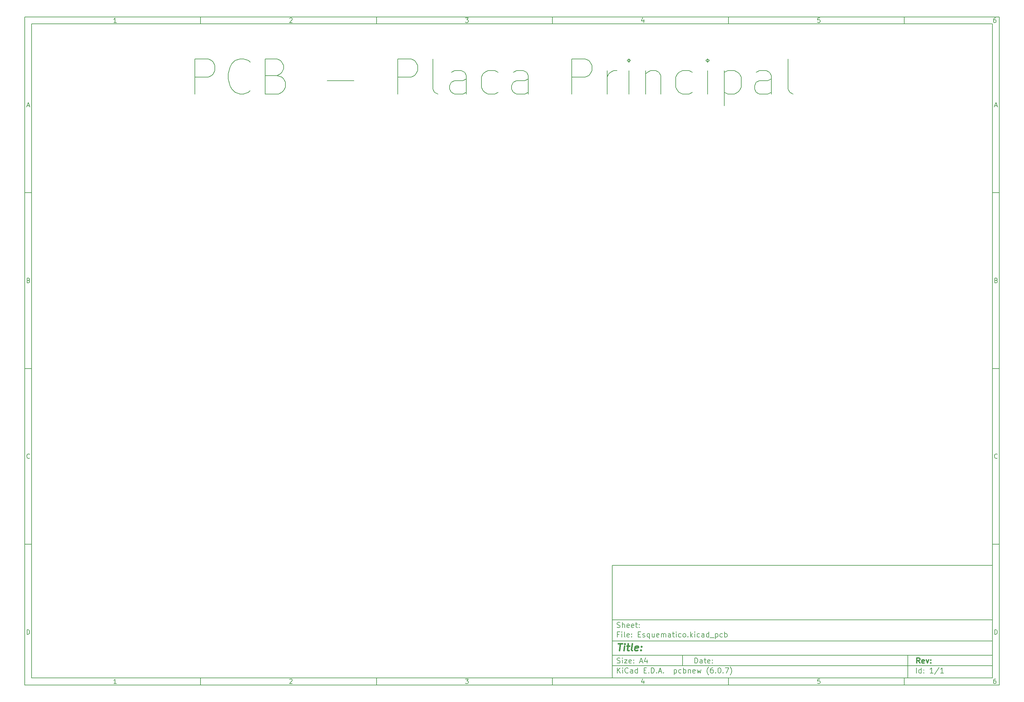
<source format=gbr>
G04 #@! TF.GenerationSoftware,KiCad,Pcbnew,(6.0.7)*
G04 #@! TF.CreationDate,2022-08-18T23:52:56-03:00*
G04 #@! TF.ProjectId,Esquematico,45737175-656d-4617-9469-636f2e6b6963,rev?*
G04 #@! TF.SameCoordinates,Original*
G04 #@! TF.FileFunction,Profile,NP*
%FSLAX46Y46*%
G04 Gerber Fmt 4.6, Leading zero omitted, Abs format (unit mm)*
G04 Created by KiCad (PCBNEW (6.0.7)) date 2022-08-18 23:52:56*
%MOMM*%
%LPD*%
G01*
G04 APERTURE LIST*
%ADD10C,0.100000*%
%ADD11C,0.150000*%
%ADD12C,0.300000*%
%ADD13C,0.400000*%
G04 APERTURE END LIST*
D10*
D11*
X177002200Y-166007200D02*
X177002200Y-198007200D01*
X285002200Y-198007200D01*
X285002200Y-166007200D01*
X177002200Y-166007200D01*
D10*
D11*
X10000000Y-10000000D02*
X10000000Y-200007200D01*
X287002200Y-200007200D01*
X287002200Y-10000000D01*
X10000000Y-10000000D01*
D10*
D11*
X12000000Y-12000000D02*
X12000000Y-198007200D01*
X285002200Y-198007200D01*
X285002200Y-12000000D01*
X12000000Y-12000000D01*
D10*
D11*
X60000000Y-12000000D02*
X60000000Y-10000000D01*
D10*
D11*
X110000000Y-12000000D02*
X110000000Y-10000000D01*
D10*
D11*
X160000000Y-12000000D02*
X160000000Y-10000000D01*
D10*
D11*
X210000000Y-12000000D02*
X210000000Y-10000000D01*
D10*
D11*
X260000000Y-12000000D02*
X260000000Y-10000000D01*
D10*
D11*
X36065476Y-11588095D02*
X35322619Y-11588095D01*
X35694047Y-11588095D02*
X35694047Y-10288095D01*
X35570238Y-10473809D01*
X35446428Y-10597619D01*
X35322619Y-10659523D01*
D10*
D11*
X85322619Y-10411904D02*
X85384523Y-10350000D01*
X85508333Y-10288095D01*
X85817857Y-10288095D01*
X85941666Y-10350000D01*
X86003571Y-10411904D01*
X86065476Y-10535714D01*
X86065476Y-10659523D01*
X86003571Y-10845238D01*
X85260714Y-11588095D01*
X86065476Y-11588095D01*
D10*
D11*
X135260714Y-10288095D02*
X136065476Y-10288095D01*
X135632142Y-10783333D01*
X135817857Y-10783333D01*
X135941666Y-10845238D01*
X136003571Y-10907142D01*
X136065476Y-11030952D01*
X136065476Y-11340476D01*
X136003571Y-11464285D01*
X135941666Y-11526190D01*
X135817857Y-11588095D01*
X135446428Y-11588095D01*
X135322619Y-11526190D01*
X135260714Y-11464285D01*
D10*
D11*
X185941666Y-10721428D02*
X185941666Y-11588095D01*
X185632142Y-10226190D02*
X185322619Y-11154761D01*
X186127380Y-11154761D01*
D10*
D11*
X236003571Y-10288095D02*
X235384523Y-10288095D01*
X235322619Y-10907142D01*
X235384523Y-10845238D01*
X235508333Y-10783333D01*
X235817857Y-10783333D01*
X235941666Y-10845238D01*
X236003571Y-10907142D01*
X236065476Y-11030952D01*
X236065476Y-11340476D01*
X236003571Y-11464285D01*
X235941666Y-11526190D01*
X235817857Y-11588095D01*
X235508333Y-11588095D01*
X235384523Y-11526190D01*
X235322619Y-11464285D01*
D10*
D11*
X285941666Y-10288095D02*
X285694047Y-10288095D01*
X285570238Y-10350000D01*
X285508333Y-10411904D01*
X285384523Y-10597619D01*
X285322619Y-10845238D01*
X285322619Y-11340476D01*
X285384523Y-11464285D01*
X285446428Y-11526190D01*
X285570238Y-11588095D01*
X285817857Y-11588095D01*
X285941666Y-11526190D01*
X286003571Y-11464285D01*
X286065476Y-11340476D01*
X286065476Y-11030952D01*
X286003571Y-10907142D01*
X285941666Y-10845238D01*
X285817857Y-10783333D01*
X285570238Y-10783333D01*
X285446428Y-10845238D01*
X285384523Y-10907142D01*
X285322619Y-11030952D01*
D10*
D11*
X60000000Y-198007200D02*
X60000000Y-200007200D01*
D10*
D11*
X110000000Y-198007200D02*
X110000000Y-200007200D01*
D10*
D11*
X160000000Y-198007200D02*
X160000000Y-200007200D01*
D10*
D11*
X210000000Y-198007200D02*
X210000000Y-200007200D01*
D10*
D11*
X260000000Y-198007200D02*
X260000000Y-200007200D01*
D10*
D11*
X36065476Y-199595295D02*
X35322619Y-199595295D01*
X35694047Y-199595295D02*
X35694047Y-198295295D01*
X35570238Y-198481009D01*
X35446428Y-198604819D01*
X35322619Y-198666723D01*
D10*
D11*
X85322619Y-198419104D02*
X85384523Y-198357200D01*
X85508333Y-198295295D01*
X85817857Y-198295295D01*
X85941666Y-198357200D01*
X86003571Y-198419104D01*
X86065476Y-198542914D01*
X86065476Y-198666723D01*
X86003571Y-198852438D01*
X85260714Y-199595295D01*
X86065476Y-199595295D01*
D10*
D11*
X135260714Y-198295295D02*
X136065476Y-198295295D01*
X135632142Y-198790533D01*
X135817857Y-198790533D01*
X135941666Y-198852438D01*
X136003571Y-198914342D01*
X136065476Y-199038152D01*
X136065476Y-199347676D01*
X136003571Y-199471485D01*
X135941666Y-199533390D01*
X135817857Y-199595295D01*
X135446428Y-199595295D01*
X135322619Y-199533390D01*
X135260714Y-199471485D01*
D10*
D11*
X185941666Y-198728628D02*
X185941666Y-199595295D01*
X185632142Y-198233390D02*
X185322619Y-199161961D01*
X186127380Y-199161961D01*
D10*
D11*
X236003571Y-198295295D02*
X235384523Y-198295295D01*
X235322619Y-198914342D01*
X235384523Y-198852438D01*
X235508333Y-198790533D01*
X235817857Y-198790533D01*
X235941666Y-198852438D01*
X236003571Y-198914342D01*
X236065476Y-199038152D01*
X236065476Y-199347676D01*
X236003571Y-199471485D01*
X235941666Y-199533390D01*
X235817857Y-199595295D01*
X235508333Y-199595295D01*
X235384523Y-199533390D01*
X235322619Y-199471485D01*
D10*
D11*
X285941666Y-198295295D02*
X285694047Y-198295295D01*
X285570238Y-198357200D01*
X285508333Y-198419104D01*
X285384523Y-198604819D01*
X285322619Y-198852438D01*
X285322619Y-199347676D01*
X285384523Y-199471485D01*
X285446428Y-199533390D01*
X285570238Y-199595295D01*
X285817857Y-199595295D01*
X285941666Y-199533390D01*
X286003571Y-199471485D01*
X286065476Y-199347676D01*
X286065476Y-199038152D01*
X286003571Y-198914342D01*
X285941666Y-198852438D01*
X285817857Y-198790533D01*
X285570238Y-198790533D01*
X285446428Y-198852438D01*
X285384523Y-198914342D01*
X285322619Y-199038152D01*
D10*
D11*
X10000000Y-60000000D02*
X12000000Y-60000000D01*
D10*
D11*
X10000000Y-110000000D02*
X12000000Y-110000000D01*
D10*
D11*
X10000000Y-160000000D02*
X12000000Y-160000000D01*
D10*
D11*
X10690476Y-35216666D02*
X11309523Y-35216666D01*
X10566666Y-35588095D02*
X11000000Y-34288095D01*
X11433333Y-35588095D01*
D10*
D11*
X11092857Y-84907142D02*
X11278571Y-84969047D01*
X11340476Y-85030952D01*
X11402380Y-85154761D01*
X11402380Y-85340476D01*
X11340476Y-85464285D01*
X11278571Y-85526190D01*
X11154761Y-85588095D01*
X10659523Y-85588095D01*
X10659523Y-84288095D01*
X11092857Y-84288095D01*
X11216666Y-84350000D01*
X11278571Y-84411904D01*
X11340476Y-84535714D01*
X11340476Y-84659523D01*
X11278571Y-84783333D01*
X11216666Y-84845238D01*
X11092857Y-84907142D01*
X10659523Y-84907142D01*
D10*
D11*
X11402380Y-135464285D02*
X11340476Y-135526190D01*
X11154761Y-135588095D01*
X11030952Y-135588095D01*
X10845238Y-135526190D01*
X10721428Y-135402380D01*
X10659523Y-135278571D01*
X10597619Y-135030952D01*
X10597619Y-134845238D01*
X10659523Y-134597619D01*
X10721428Y-134473809D01*
X10845238Y-134350000D01*
X11030952Y-134288095D01*
X11154761Y-134288095D01*
X11340476Y-134350000D01*
X11402380Y-134411904D01*
D10*
D11*
X10659523Y-185588095D02*
X10659523Y-184288095D01*
X10969047Y-184288095D01*
X11154761Y-184350000D01*
X11278571Y-184473809D01*
X11340476Y-184597619D01*
X11402380Y-184845238D01*
X11402380Y-185030952D01*
X11340476Y-185278571D01*
X11278571Y-185402380D01*
X11154761Y-185526190D01*
X10969047Y-185588095D01*
X10659523Y-185588095D01*
D10*
D11*
X287002200Y-60000000D02*
X285002200Y-60000000D01*
D10*
D11*
X287002200Y-110000000D02*
X285002200Y-110000000D01*
D10*
D11*
X287002200Y-160000000D02*
X285002200Y-160000000D01*
D10*
D11*
X285692676Y-35216666D02*
X286311723Y-35216666D01*
X285568866Y-35588095D02*
X286002200Y-34288095D01*
X286435533Y-35588095D01*
D10*
D11*
X286095057Y-84907142D02*
X286280771Y-84969047D01*
X286342676Y-85030952D01*
X286404580Y-85154761D01*
X286404580Y-85340476D01*
X286342676Y-85464285D01*
X286280771Y-85526190D01*
X286156961Y-85588095D01*
X285661723Y-85588095D01*
X285661723Y-84288095D01*
X286095057Y-84288095D01*
X286218866Y-84350000D01*
X286280771Y-84411904D01*
X286342676Y-84535714D01*
X286342676Y-84659523D01*
X286280771Y-84783333D01*
X286218866Y-84845238D01*
X286095057Y-84907142D01*
X285661723Y-84907142D01*
D10*
D11*
X286404580Y-135464285D02*
X286342676Y-135526190D01*
X286156961Y-135588095D01*
X286033152Y-135588095D01*
X285847438Y-135526190D01*
X285723628Y-135402380D01*
X285661723Y-135278571D01*
X285599819Y-135030952D01*
X285599819Y-134845238D01*
X285661723Y-134597619D01*
X285723628Y-134473809D01*
X285847438Y-134350000D01*
X286033152Y-134288095D01*
X286156961Y-134288095D01*
X286342676Y-134350000D01*
X286404580Y-134411904D01*
D10*
D11*
X285661723Y-185588095D02*
X285661723Y-184288095D01*
X285971247Y-184288095D01*
X286156961Y-184350000D01*
X286280771Y-184473809D01*
X286342676Y-184597619D01*
X286404580Y-184845238D01*
X286404580Y-185030952D01*
X286342676Y-185278571D01*
X286280771Y-185402380D01*
X286156961Y-185526190D01*
X285971247Y-185588095D01*
X285661723Y-185588095D01*
D10*
D11*
X200434342Y-193785771D02*
X200434342Y-192285771D01*
X200791485Y-192285771D01*
X201005771Y-192357200D01*
X201148628Y-192500057D01*
X201220057Y-192642914D01*
X201291485Y-192928628D01*
X201291485Y-193142914D01*
X201220057Y-193428628D01*
X201148628Y-193571485D01*
X201005771Y-193714342D01*
X200791485Y-193785771D01*
X200434342Y-193785771D01*
X202577200Y-193785771D02*
X202577200Y-193000057D01*
X202505771Y-192857200D01*
X202362914Y-192785771D01*
X202077200Y-192785771D01*
X201934342Y-192857200D01*
X202577200Y-193714342D02*
X202434342Y-193785771D01*
X202077200Y-193785771D01*
X201934342Y-193714342D01*
X201862914Y-193571485D01*
X201862914Y-193428628D01*
X201934342Y-193285771D01*
X202077200Y-193214342D01*
X202434342Y-193214342D01*
X202577200Y-193142914D01*
X203077200Y-192785771D02*
X203648628Y-192785771D01*
X203291485Y-192285771D02*
X203291485Y-193571485D01*
X203362914Y-193714342D01*
X203505771Y-193785771D01*
X203648628Y-193785771D01*
X204720057Y-193714342D02*
X204577200Y-193785771D01*
X204291485Y-193785771D01*
X204148628Y-193714342D01*
X204077200Y-193571485D01*
X204077200Y-193000057D01*
X204148628Y-192857200D01*
X204291485Y-192785771D01*
X204577200Y-192785771D01*
X204720057Y-192857200D01*
X204791485Y-193000057D01*
X204791485Y-193142914D01*
X204077200Y-193285771D01*
X205434342Y-193642914D02*
X205505771Y-193714342D01*
X205434342Y-193785771D01*
X205362914Y-193714342D01*
X205434342Y-193642914D01*
X205434342Y-193785771D01*
X205434342Y-192857200D02*
X205505771Y-192928628D01*
X205434342Y-193000057D01*
X205362914Y-192928628D01*
X205434342Y-192857200D01*
X205434342Y-193000057D01*
D10*
D11*
X177002200Y-194507200D02*
X285002200Y-194507200D01*
D10*
D11*
X178434342Y-196585771D02*
X178434342Y-195085771D01*
X179291485Y-196585771D02*
X178648628Y-195728628D01*
X179291485Y-195085771D02*
X178434342Y-195942914D01*
X179934342Y-196585771D02*
X179934342Y-195585771D01*
X179934342Y-195085771D02*
X179862914Y-195157200D01*
X179934342Y-195228628D01*
X180005771Y-195157200D01*
X179934342Y-195085771D01*
X179934342Y-195228628D01*
X181505771Y-196442914D02*
X181434342Y-196514342D01*
X181220057Y-196585771D01*
X181077200Y-196585771D01*
X180862914Y-196514342D01*
X180720057Y-196371485D01*
X180648628Y-196228628D01*
X180577200Y-195942914D01*
X180577200Y-195728628D01*
X180648628Y-195442914D01*
X180720057Y-195300057D01*
X180862914Y-195157200D01*
X181077200Y-195085771D01*
X181220057Y-195085771D01*
X181434342Y-195157200D01*
X181505771Y-195228628D01*
X182791485Y-196585771D02*
X182791485Y-195800057D01*
X182720057Y-195657200D01*
X182577200Y-195585771D01*
X182291485Y-195585771D01*
X182148628Y-195657200D01*
X182791485Y-196514342D02*
X182648628Y-196585771D01*
X182291485Y-196585771D01*
X182148628Y-196514342D01*
X182077200Y-196371485D01*
X182077200Y-196228628D01*
X182148628Y-196085771D01*
X182291485Y-196014342D01*
X182648628Y-196014342D01*
X182791485Y-195942914D01*
X184148628Y-196585771D02*
X184148628Y-195085771D01*
X184148628Y-196514342D02*
X184005771Y-196585771D01*
X183720057Y-196585771D01*
X183577200Y-196514342D01*
X183505771Y-196442914D01*
X183434342Y-196300057D01*
X183434342Y-195871485D01*
X183505771Y-195728628D01*
X183577200Y-195657200D01*
X183720057Y-195585771D01*
X184005771Y-195585771D01*
X184148628Y-195657200D01*
X186005771Y-195800057D02*
X186505771Y-195800057D01*
X186720057Y-196585771D02*
X186005771Y-196585771D01*
X186005771Y-195085771D01*
X186720057Y-195085771D01*
X187362914Y-196442914D02*
X187434342Y-196514342D01*
X187362914Y-196585771D01*
X187291485Y-196514342D01*
X187362914Y-196442914D01*
X187362914Y-196585771D01*
X188077200Y-196585771D02*
X188077200Y-195085771D01*
X188434342Y-195085771D01*
X188648628Y-195157200D01*
X188791485Y-195300057D01*
X188862914Y-195442914D01*
X188934342Y-195728628D01*
X188934342Y-195942914D01*
X188862914Y-196228628D01*
X188791485Y-196371485D01*
X188648628Y-196514342D01*
X188434342Y-196585771D01*
X188077200Y-196585771D01*
X189577200Y-196442914D02*
X189648628Y-196514342D01*
X189577200Y-196585771D01*
X189505771Y-196514342D01*
X189577200Y-196442914D01*
X189577200Y-196585771D01*
X190220057Y-196157200D02*
X190934342Y-196157200D01*
X190077200Y-196585771D02*
X190577200Y-195085771D01*
X191077200Y-196585771D01*
X191577200Y-196442914D02*
X191648628Y-196514342D01*
X191577200Y-196585771D01*
X191505771Y-196514342D01*
X191577200Y-196442914D01*
X191577200Y-196585771D01*
X194577200Y-195585771D02*
X194577200Y-197085771D01*
X194577200Y-195657200D02*
X194720057Y-195585771D01*
X195005771Y-195585771D01*
X195148628Y-195657200D01*
X195220057Y-195728628D01*
X195291485Y-195871485D01*
X195291485Y-196300057D01*
X195220057Y-196442914D01*
X195148628Y-196514342D01*
X195005771Y-196585771D01*
X194720057Y-196585771D01*
X194577200Y-196514342D01*
X196577200Y-196514342D02*
X196434342Y-196585771D01*
X196148628Y-196585771D01*
X196005771Y-196514342D01*
X195934342Y-196442914D01*
X195862914Y-196300057D01*
X195862914Y-195871485D01*
X195934342Y-195728628D01*
X196005771Y-195657200D01*
X196148628Y-195585771D01*
X196434342Y-195585771D01*
X196577200Y-195657200D01*
X197220057Y-196585771D02*
X197220057Y-195085771D01*
X197220057Y-195657200D02*
X197362914Y-195585771D01*
X197648628Y-195585771D01*
X197791485Y-195657200D01*
X197862914Y-195728628D01*
X197934342Y-195871485D01*
X197934342Y-196300057D01*
X197862914Y-196442914D01*
X197791485Y-196514342D01*
X197648628Y-196585771D01*
X197362914Y-196585771D01*
X197220057Y-196514342D01*
X198577200Y-195585771D02*
X198577200Y-196585771D01*
X198577200Y-195728628D02*
X198648628Y-195657200D01*
X198791485Y-195585771D01*
X199005771Y-195585771D01*
X199148628Y-195657200D01*
X199220057Y-195800057D01*
X199220057Y-196585771D01*
X200505771Y-196514342D02*
X200362914Y-196585771D01*
X200077200Y-196585771D01*
X199934342Y-196514342D01*
X199862914Y-196371485D01*
X199862914Y-195800057D01*
X199934342Y-195657200D01*
X200077200Y-195585771D01*
X200362914Y-195585771D01*
X200505771Y-195657200D01*
X200577200Y-195800057D01*
X200577200Y-195942914D01*
X199862914Y-196085771D01*
X201077200Y-195585771D02*
X201362914Y-196585771D01*
X201648628Y-195871485D01*
X201934342Y-196585771D01*
X202220057Y-195585771D01*
X204362914Y-197157200D02*
X204291485Y-197085771D01*
X204148628Y-196871485D01*
X204077200Y-196728628D01*
X204005771Y-196514342D01*
X203934342Y-196157200D01*
X203934342Y-195871485D01*
X204005771Y-195514342D01*
X204077200Y-195300057D01*
X204148628Y-195157200D01*
X204291485Y-194942914D01*
X204362914Y-194871485D01*
X205577200Y-195085771D02*
X205291485Y-195085771D01*
X205148628Y-195157200D01*
X205077200Y-195228628D01*
X204934342Y-195442914D01*
X204862914Y-195728628D01*
X204862914Y-196300057D01*
X204934342Y-196442914D01*
X205005771Y-196514342D01*
X205148628Y-196585771D01*
X205434342Y-196585771D01*
X205577200Y-196514342D01*
X205648628Y-196442914D01*
X205720057Y-196300057D01*
X205720057Y-195942914D01*
X205648628Y-195800057D01*
X205577200Y-195728628D01*
X205434342Y-195657200D01*
X205148628Y-195657200D01*
X205005771Y-195728628D01*
X204934342Y-195800057D01*
X204862914Y-195942914D01*
X206362914Y-196442914D02*
X206434342Y-196514342D01*
X206362914Y-196585771D01*
X206291485Y-196514342D01*
X206362914Y-196442914D01*
X206362914Y-196585771D01*
X207362914Y-195085771D02*
X207505771Y-195085771D01*
X207648628Y-195157200D01*
X207720057Y-195228628D01*
X207791485Y-195371485D01*
X207862914Y-195657200D01*
X207862914Y-196014342D01*
X207791485Y-196300057D01*
X207720057Y-196442914D01*
X207648628Y-196514342D01*
X207505771Y-196585771D01*
X207362914Y-196585771D01*
X207220057Y-196514342D01*
X207148628Y-196442914D01*
X207077200Y-196300057D01*
X207005771Y-196014342D01*
X207005771Y-195657200D01*
X207077200Y-195371485D01*
X207148628Y-195228628D01*
X207220057Y-195157200D01*
X207362914Y-195085771D01*
X208505771Y-196442914D02*
X208577200Y-196514342D01*
X208505771Y-196585771D01*
X208434342Y-196514342D01*
X208505771Y-196442914D01*
X208505771Y-196585771D01*
X209077200Y-195085771D02*
X210077200Y-195085771D01*
X209434342Y-196585771D01*
X210505771Y-197157200D02*
X210577200Y-197085771D01*
X210720057Y-196871485D01*
X210791485Y-196728628D01*
X210862914Y-196514342D01*
X210934342Y-196157200D01*
X210934342Y-195871485D01*
X210862914Y-195514342D01*
X210791485Y-195300057D01*
X210720057Y-195157200D01*
X210577200Y-194942914D01*
X210505771Y-194871485D01*
D10*
D11*
X177002200Y-191507200D02*
X285002200Y-191507200D01*
D10*
D12*
X264411485Y-193785771D02*
X263911485Y-193071485D01*
X263554342Y-193785771D02*
X263554342Y-192285771D01*
X264125771Y-192285771D01*
X264268628Y-192357200D01*
X264340057Y-192428628D01*
X264411485Y-192571485D01*
X264411485Y-192785771D01*
X264340057Y-192928628D01*
X264268628Y-193000057D01*
X264125771Y-193071485D01*
X263554342Y-193071485D01*
X265625771Y-193714342D02*
X265482914Y-193785771D01*
X265197200Y-193785771D01*
X265054342Y-193714342D01*
X264982914Y-193571485D01*
X264982914Y-193000057D01*
X265054342Y-192857200D01*
X265197200Y-192785771D01*
X265482914Y-192785771D01*
X265625771Y-192857200D01*
X265697200Y-193000057D01*
X265697200Y-193142914D01*
X264982914Y-193285771D01*
X266197200Y-192785771D02*
X266554342Y-193785771D01*
X266911485Y-192785771D01*
X267482914Y-193642914D02*
X267554342Y-193714342D01*
X267482914Y-193785771D01*
X267411485Y-193714342D01*
X267482914Y-193642914D01*
X267482914Y-193785771D01*
X267482914Y-192857200D02*
X267554342Y-192928628D01*
X267482914Y-193000057D01*
X267411485Y-192928628D01*
X267482914Y-192857200D01*
X267482914Y-193000057D01*
D10*
D11*
X178362914Y-193714342D02*
X178577200Y-193785771D01*
X178934342Y-193785771D01*
X179077200Y-193714342D01*
X179148628Y-193642914D01*
X179220057Y-193500057D01*
X179220057Y-193357200D01*
X179148628Y-193214342D01*
X179077200Y-193142914D01*
X178934342Y-193071485D01*
X178648628Y-193000057D01*
X178505771Y-192928628D01*
X178434342Y-192857200D01*
X178362914Y-192714342D01*
X178362914Y-192571485D01*
X178434342Y-192428628D01*
X178505771Y-192357200D01*
X178648628Y-192285771D01*
X179005771Y-192285771D01*
X179220057Y-192357200D01*
X179862914Y-193785771D02*
X179862914Y-192785771D01*
X179862914Y-192285771D02*
X179791485Y-192357200D01*
X179862914Y-192428628D01*
X179934342Y-192357200D01*
X179862914Y-192285771D01*
X179862914Y-192428628D01*
X180434342Y-192785771D02*
X181220057Y-192785771D01*
X180434342Y-193785771D01*
X181220057Y-193785771D01*
X182362914Y-193714342D02*
X182220057Y-193785771D01*
X181934342Y-193785771D01*
X181791485Y-193714342D01*
X181720057Y-193571485D01*
X181720057Y-193000057D01*
X181791485Y-192857200D01*
X181934342Y-192785771D01*
X182220057Y-192785771D01*
X182362914Y-192857200D01*
X182434342Y-193000057D01*
X182434342Y-193142914D01*
X181720057Y-193285771D01*
X183077200Y-193642914D02*
X183148628Y-193714342D01*
X183077200Y-193785771D01*
X183005771Y-193714342D01*
X183077200Y-193642914D01*
X183077200Y-193785771D01*
X183077200Y-192857200D02*
X183148628Y-192928628D01*
X183077200Y-193000057D01*
X183005771Y-192928628D01*
X183077200Y-192857200D01*
X183077200Y-193000057D01*
X184862914Y-193357200D02*
X185577200Y-193357200D01*
X184720057Y-193785771D02*
X185220057Y-192285771D01*
X185720057Y-193785771D01*
X186862914Y-192785771D02*
X186862914Y-193785771D01*
X186505771Y-192214342D02*
X186148628Y-193285771D01*
X187077200Y-193285771D01*
D10*
D11*
X263434342Y-196585771D02*
X263434342Y-195085771D01*
X264791485Y-196585771D02*
X264791485Y-195085771D01*
X264791485Y-196514342D02*
X264648628Y-196585771D01*
X264362914Y-196585771D01*
X264220057Y-196514342D01*
X264148628Y-196442914D01*
X264077200Y-196300057D01*
X264077200Y-195871485D01*
X264148628Y-195728628D01*
X264220057Y-195657200D01*
X264362914Y-195585771D01*
X264648628Y-195585771D01*
X264791485Y-195657200D01*
X265505771Y-196442914D02*
X265577200Y-196514342D01*
X265505771Y-196585771D01*
X265434342Y-196514342D01*
X265505771Y-196442914D01*
X265505771Y-196585771D01*
X265505771Y-195657200D02*
X265577200Y-195728628D01*
X265505771Y-195800057D01*
X265434342Y-195728628D01*
X265505771Y-195657200D01*
X265505771Y-195800057D01*
X268148628Y-196585771D02*
X267291485Y-196585771D01*
X267720057Y-196585771D02*
X267720057Y-195085771D01*
X267577200Y-195300057D01*
X267434342Y-195442914D01*
X267291485Y-195514342D01*
X269862914Y-195014342D02*
X268577200Y-196942914D01*
X271148628Y-196585771D02*
X270291485Y-196585771D01*
X270720057Y-196585771D02*
X270720057Y-195085771D01*
X270577200Y-195300057D01*
X270434342Y-195442914D01*
X270291485Y-195514342D01*
D10*
D11*
X177002200Y-187507200D02*
X285002200Y-187507200D01*
D10*
D13*
X178714580Y-188211961D02*
X179857438Y-188211961D01*
X179036009Y-190211961D02*
X179286009Y-188211961D01*
X180274104Y-190211961D02*
X180440771Y-188878628D01*
X180524104Y-188211961D02*
X180416961Y-188307200D01*
X180500295Y-188402438D01*
X180607438Y-188307200D01*
X180524104Y-188211961D01*
X180500295Y-188402438D01*
X181107438Y-188878628D02*
X181869342Y-188878628D01*
X181476485Y-188211961D02*
X181262200Y-189926247D01*
X181333628Y-190116723D01*
X181512200Y-190211961D01*
X181702676Y-190211961D01*
X182655057Y-190211961D02*
X182476485Y-190116723D01*
X182405057Y-189926247D01*
X182619342Y-188211961D01*
X184190771Y-190116723D02*
X183988390Y-190211961D01*
X183607438Y-190211961D01*
X183428866Y-190116723D01*
X183357438Y-189926247D01*
X183452676Y-189164342D01*
X183571723Y-188973866D01*
X183774104Y-188878628D01*
X184155057Y-188878628D01*
X184333628Y-188973866D01*
X184405057Y-189164342D01*
X184381247Y-189354819D01*
X183405057Y-189545295D01*
X185155057Y-190021485D02*
X185238390Y-190116723D01*
X185131247Y-190211961D01*
X185047914Y-190116723D01*
X185155057Y-190021485D01*
X185131247Y-190211961D01*
X185286009Y-188973866D02*
X185369342Y-189069104D01*
X185262200Y-189164342D01*
X185178866Y-189069104D01*
X185286009Y-188973866D01*
X185262200Y-189164342D01*
D10*
D11*
X178934342Y-185600057D02*
X178434342Y-185600057D01*
X178434342Y-186385771D02*
X178434342Y-184885771D01*
X179148628Y-184885771D01*
X179720057Y-186385771D02*
X179720057Y-185385771D01*
X179720057Y-184885771D02*
X179648628Y-184957200D01*
X179720057Y-185028628D01*
X179791485Y-184957200D01*
X179720057Y-184885771D01*
X179720057Y-185028628D01*
X180648628Y-186385771D02*
X180505771Y-186314342D01*
X180434342Y-186171485D01*
X180434342Y-184885771D01*
X181791485Y-186314342D02*
X181648628Y-186385771D01*
X181362914Y-186385771D01*
X181220057Y-186314342D01*
X181148628Y-186171485D01*
X181148628Y-185600057D01*
X181220057Y-185457200D01*
X181362914Y-185385771D01*
X181648628Y-185385771D01*
X181791485Y-185457200D01*
X181862914Y-185600057D01*
X181862914Y-185742914D01*
X181148628Y-185885771D01*
X182505771Y-186242914D02*
X182577200Y-186314342D01*
X182505771Y-186385771D01*
X182434342Y-186314342D01*
X182505771Y-186242914D01*
X182505771Y-186385771D01*
X182505771Y-185457200D02*
X182577200Y-185528628D01*
X182505771Y-185600057D01*
X182434342Y-185528628D01*
X182505771Y-185457200D01*
X182505771Y-185600057D01*
X184362914Y-185600057D02*
X184862914Y-185600057D01*
X185077200Y-186385771D02*
X184362914Y-186385771D01*
X184362914Y-184885771D01*
X185077200Y-184885771D01*
X185648628Y-186314342D02*
X185791485Y-186385771D01*
X186077200Y-186385771D01*
X186220057Y-186314342D01*
X186291485Y-186171485D01*
X186291485Y-186100057D01*
X186220057Y-185957200D01*
X186077200Y-185885771D01*
X185862914Y-185885771D01*
X185720057Y-185814342D01*
X185648628Y-185671485D01*
X185648628Y-185600057D01*
X185720057Y-185457200D01*
X185862914Y-185385771D01*
X186077200Y-185385771D01*
X186220057Y-185457200D01*
X187577200Y-185385771D02*
X187577200Y-186885771D01*
X187577200Y-186314342D02*
X187434342Y-186385771D01*
X187148628Y-186385771D01*
X187005771Y-186314342D01*
X186934342Y-186242914D01*
X186862914Y-186100057D01*
X186862914Y-185671485D01*
X186934342Y-185528628D01*
X187005771Y-185457200D01*
X187148628Y-185385771D01*
X187434342Y-185385771D01*
X187577200Y-185457200D01*
X188934342Y-185385771D02*
X188934342Y-186385771D01*
X188291485Y-185385771D02*
X188291485Y-186171485D01*
X188362914Y-186314342D01*
X188505771Y-186385771D01*
X188720057Y-186385771D01*
X188862914Y-186314342D01*
X188934342Y-186242914D01*
X190220057Y-186314342D02*
X190077200Y-186385771D01*
X189791485Y-186385771D01*
X189648628Y-186314342D01*
X189577200Y-186171485D01*
X189577200Y-185600057D01*
X189648628Y-185457200D01*
X189791485Y-185385771D01*
X190077200Y-185385771D01*
X190220057Y-185457200D01*
X190291485Y-185600057D01*
X190291485Y-185742914D01*
X189577200Y-185885771D01*
X190934342Y-186385771D02*
X190934342Y-185385771D01*
X190934342Y-185528628D02*
X191005771Y-185457200D01*
X191148628Y-185385771D01*
X191362914Y-185385771D01*
X191505771Y-185457200D01*
X191577200Y-185600057D01*
X191577200Y-186385771D01*
X191577200Y-185600057D02*
X191648628Y-185457200D01*
X191791485Y-185385771D01*
X192005771Y-185385771D01*
X192148628Y-185457200D01*
X192220057Y-185600057D01*
X192220057Y-186385771D01*
X193577200Y-186385771D02*
X193577200Y-185600057D01*
X193505771Y-185457200D01*
X193362914Y-185385771D01*
X193077200Y-185385771D01*
X192934342Y-185457200D01*
X193577200Y-186314342D02*
X193434342Y-186385771D01*
X193077200Y-186385771D01*
X192934342Y-186314342D01*
X192862914Y-186171485D01*
X192862914Y-186028628D01*
X192934342Y-185885771D01*
X193077200Y-185814342D01*
X193434342Y-185814342D01*
X193577200Y-185742914D01*
X194077200Y-185385771D02*
X194648628Y-185385771D01*
X194291485Y-184885771D02*
X194291485Y-186171485D01*
X194362914Y-186314342D01*
X194505771Y-186385771D01*
X194648628Y-186385771D01*
X195148628Y-186385771D02*
X195148628Y-185385771D01*
X195148628Y-184885771D02*
X195077200Y-184957200D01*
X195148628Y-185028628D01*
X195220057Y-184957200D01*
X195148628Y-184885771D01*
X195148628Y-185028628D01*
X196505771Y-186314342D02*
X196362914Y-186385771D01*
X196077200Y-186385771D01*
X195934342Y-186314342D01*
X195862914Y-186242914D01*
X195791485Y-186100057D01*
X195791485Y-185671485D01*
X195862914Y-185528628D01*
X195934342Y-185457200D01*
X196077200Y-185385771D01*
X196362914Y-185385771D01*
X196505771Y-185457200D01*
X197362914Y-186385771D02*
X197220057Y-186314342D01*
X197148628Y-186242914D01*
X197077200Y-186100057D01*
X197077200Y-185671485D01*
X197148628Y-185528628D01*
X197220057Y-185457200D01*
X197362914Y-185385771D01*
X197577200Y-185385771D01*
X197720057Y-185457200D01*
X197791485Y-185528628D01*
X197862914Y-185671485D01*
X197862914Y-186100057D01*
X197791485Y-186242914D01*
X197720057Y-186314342D01*
X197577200Y-186385771D01*
X197362914Y-186385771D01*
X198505771Y-186242914D02*
X198577200Y-186314342D01*
X198505771Y-186385771D01*
X198434342Y-186314342D01*
X198505771Y-186242914D01*
X198505771Y-186385771D01*
X199220057Y-186385771D02*
X199220057Y-184885771D01*
X199362914Y-185814342D02*
X199791485Y-186385771D01*
X199791485Y-185385771D02*
X199220057Y-185957200D01*
X200434342Y-186385771D02*
X200434342Y-185385771D01*
X200434342Y-184885771D02*
X200362914Y-184957200D01*
X200434342Y-185028628D01*
X200505771Y-184957200D01*
X200434342Y-184885771D01*
X200434342Y-185028628D01*
X201791485Y-186314342D02*
X201648628Y-186385771D01*
X201362914Y-186385771D01*
X201220057Y-186314342D01*
X201148628Y-186242914D01*
X201077200Y-186100057D01*
X201077200Y-185671485D01*
X201148628Y-185528628D01*
X201220057Y-185457200D01*
X201362914Y-185385771D01*
X201648628Y-185385771D01*
X201791485Y-185457200D01*
X203077200Y-186385771D02*
X203077200Y-185600057D01*
X203005771Y-185457200D01*
X202862914Y-185385771D01*
X202577200Y-185385771D01*
X202434342Y-185457200D01*
X203077200Y-186314342D02*
X202934342Y-186385771D01*
X202577200Y-186385771D01*
X202434342Y-186314342D01*
X202362914Y-186171485D01*
X202362914Y-186028628D01*
X202434342Y-185885771D01*
X202577200Y-185814342D01*
X202934342Y-185814342D01*
X203077200Y-185742914D01*
X204434342Y-186385771D02*
X204434342Y-184885771D01*
X204434342Y-186314342D02*
X204291485Y-186385771D01*
X204005771Y-186385771D01*
X203862914Y-186314342D01*
X203791485Y-186242914D01*
X203720057Y-186100057D01*
X203720057Y-185671485D01*
X203791485Y-185528628D01*
X203862914Y-185457200D01*
X204005771Y-185385771D01*
X204291485Y-185385771D01*
X204434342Y-185457200D01*
X204791485Y-186528628D02*
X205934342Y-186528628D01*
X206291485Y-185385771D02*
X206291485Y-186885771D01*
X206291485Y-185457200D02*
X206434342Y-185385771D01*
X206720057Y-185385771D01*
X206862914Y-185457200D01*
X206934342Y-185528628D01*
X207005771Y-185671485D01*
X207005771Y-186100057D01*
X206934342Y-186242914D01*
X206862914Y-186314342D01*
X206720057Y-186385771D01*
X206434342Y-186385771D01*
X206291485Y-186314342D01*
X208291485Y-186314342D02*
X208148628Y-186385771D01*
X207862914Y-186385771D01*
X207720057Y-186314342D01*
X207648628Y-186242914D01*
X207577200Y-186100057D01*
X207577200Y-185671485D01*
X207648628Y-185528628D01*
X207720057Y-185457200D01*
X207862914Y-185385771D01*
X208148628Y-185385771D01*
X208291485Y-185457200D01*
X208934342Y-186385771D02*
X208934342Y-184885771D01*
X208934342Y-185457200D02*
X209077200Y-185385771D01*
X209362914Y-185385771D01*
X209505771Y-185457200D01*
X209577200Y-185528628D01*
X209648628Y-185671485D01*
X209648628Y-186100057D01*
X209577200Y-186242914D01*
X209505771Y-186314342D01*
X209362914Y-186385771D01*
X209077200Y-186385771D01*
X208934342Y-186314342D01*
D10*
D11*
X177002200Y-181507200D02*
X285002200Y-181507200D01*
D10*
D11*
X178362914Y-183614342D02*
X178577200Y-183685771D01*
X178934342Y-183685771D01*
X179077200Y-183614342D01*
X179148628Y-183542914D01*
X179220057Y-183400057D01*
X179220057Y-183257200D01*
X179148628Y-183114342D01*
X179077200Y-183042914D01*
X178934342Y-182971485D01*
X178648628Y-182900057D01*
X178505771Y-182828628D01*
X178434342Y-182757200D01*
X178362914Y-182614342D01*
X178362914Y-182471485D01*
X178434342Y-182328628D01*
X178505771Y-182257200D01*
X178648628Y-182185771D01*
X179005771Y-182185771D01*
X179220057Y-182257200D01*
X179862914Y-183685771D02*
X179862914Y-182185771D01*
X180505771Y-183685771D02*
X180505771Y-182900057D01*
X180434342Y-182757200D01*
X180291485Y-182685771D01*
X180077200Y-182685771D01*
X179934342Y-182757200D01*
X179862914Y-182828628D01*
X181791485Y-183614342D02*
X181648628Y-183685771D01*
X181362914Y-183685771D01*
X181220057Y-183614342D01*
X181148628Y-183471485D01*
X181148628Y-182900057D01*
X181220057Y-182757200D01*
X181362914Y-182685771D01*
X181648628Y-182685771D01*
X181791485Y-182757200D01*
X181862914Y-182900057D01*
X181862914Y-183042914D01*
X181148628Y-183185771D01*
X183077200Y-183614342D02*
X182934342Y-183685771D01*
X182648628Y-183685771D01*
X182505771Y-183614342D01*
X182434342Y-183471485D01*
X182434342Y-182900057D01*
X182505771Y-182757200D01*
X182648628Y-182685771D01*
X182934342Y-182685771D01*
X183077200Y-182757200D01*
X183148628Y-182900057D01*
X183148628Y-183042914D01*
X182434342Y-183185771D01*
X183577200Y-182685771D02*
X184148628Y-182685771D01*
X183791485Y-182185771D02*
X183791485Y-183471485D01*
X183862914Y-183614342D01*
X184005771Y-183685771D01*
X184148628Y-183685771D01*
X184648628Y-183542914D02*
X184720057Y-183614342D01*
X184648628Y-183685771D01*
X184577200Y-183614342D01*
X184648628Y-183542914D01*
X184648628Y-183685771D01*
X184648628Y-182757200D02*
X184720057Y-182828628D01*
X184648628Y-182900057D01*
X184577200Y-182828628D01*
X184648628Y-182757200D01*
X184648628Y-182900057D01*
D10*
D12*
D10*
D11*
D10*
D11*
D10*
D11*
D10*
D11*
D10*
D11*
X197002200Y-191507200D02*
X197002200Y-194507200D01*
D10*
D11*
X261002200Y-191507200D02*
X261002200Y-198007200D01*
X58366666Y-31923809D02*
X58366666Y-21923809D01*
X62176190Y-21923809D01*
X63128571Y-22400000D01*
X63604761Y-22876190D01*
X64080952Y-23828571D01*
X64080952Y-25257142D01*
X63604761Y-26209523D01*
X63128571Y-26685714D01*
X62176190Y-27161904D01*
X58366666Y-27161904D01*
X74080952Y-30971428D02*
X73604761Y-31447619D01*
X72176190Y-31923809D01*
X71223809Y-31923809D01*
X69795238Y-31447619D01*
X68842857Y-30495238D01*
X68366666Y-29542857D01*
X67890476Y-27638095D01*
X67890476Y-26209523D01*
X68366666Y-24304761D01*
X68842857Y-23352380D01*
X69795238Y-22400000D01*
X71223809Y-21923809D01*
X72176190Y-21923809D01*
X73604761Y-22400000D01*
X74080952Y-22876190D01*
X81700000Y-26685714D02*
X83128571Y-27161904D01*
X83604761Y-27638095D01*
X84080952Y-28590476D01*
X84080952Y-30019047D01*
X83604761Y-30971428D01*
X83128571Y-31447619D01*
X82176190Y-31923809D01*
X78366666Y-31923809D01*
X78366666Y-21923809D01*
X81700000Y-21923809D01*
X82652380Y-22400000D01*
X83128571Y-22876190D01*
X83604761Y-23828571D01*
X83604761Y-24780952D01*
X83128571Y-25733333D01*
X82652380Y-26209523D01*
X81700000Y-26685714D01*
X78366666Y-26685714D01*
X95985714Y-28114285D02*
X103604761Y-28114285D01*
X115985714Y-31923809D02*
X115985714Y-21923809D01*
X119795238Y-21923809D01*
X120747619Y-22400000D01*
X121223809Y-22876190D01*
X121700000Y-23828571D01*
X121700000Y-25257142D01*
X121223809Y-26209523D01*
X120747619Y-26685714D01*
X119795238Y-27161904D01*
X115985714Y-27161904D01*
X127414285Y-31923809D02*
X126461904Y-31447619D01*
X125985714Y-30495238D01*
X125985714Y-21923809D01*
X135509523Y-31923809D02*
X135509523Y-26685714D01*
X135033333Y-25733333D01*
X134080952Y-25257142D01*
X132176190Y-25257142D01*
X131223809Y-25733333D01*
X135509523Y-31447619D02*
X134557142Y-31923809D01*
X132176190Y-31923809D01*
X131223809Y-31447619D01*
X130747619Y-30495238D01*
X130747619Y-29542857D01*
X131223809Y-28590476D01*
X132176190Y-28114285D01*
X134557142Y-28114285D01*
X135509523Y-27638095D01*
X144557142Y-31447619D02*
X143604761Y-31923809D01*
X141700000Y-31923809D01*
X140747619Y-31447619D01*
X140271428Y-30971428D01*
X139795238Y-30019047D01*
X139795238Y-27161904D01*
X140271428Y-26209523D01*
X140747619Y-25733333D01*
X141700000Y-25257142D01*
X143604761Y-25257142D01*
X144557142Y-25733333D01*
X153128571Y-31923809D02*
X153128571Y-26685714D01*
X152652380Y-25733333D01*
X151700000Y-25257142D01*
X149795238Y-25257142D01*
X148842857Y-25733333D01*
X153128571Y-31447619D02*
X152176190Y-31923809D01*
X149795238Y-31923809D01*
X148842857Y-31447619D01*
X148366666Y-30495238D01*
X148366666Y-29542857D01*
X148842857Y-28590476D01*
X149795238Y-28114285D01*
X152176190Y-28114285D01*
X153128571Y-27638095D01*
X165509523Y-31923809D02*
X165509523Y-21923809D01*
X169319047Y-21923809D01*
X170271428Y-22400000D01*
X170747619Y-22876190D01*
X171223809Y-23828571D01*
X171223809Y-25257142D01*
X170747619Y-26209523D01*
X170271428Y-26685714D01*
X169319047Y-27161904D01*
X165509523Y-27161904D01*
X175509523Y-31923809D02*
X175509523Y-25257142D01*
X175509523Y-27161904D02*
X175985714Y-26209523D01*
X176461904Y-25733333D01*
X177414285Y-25257142D01*
X178366666Y-25257142D01*
X181700000Y-31923809D02*
X181700000Y-25257142D01*
X181700000Y-21923809D02*
X181223809Y-22400000D01*
X181700000Y-22876190D01*
X182176190Y-22400000D01*
X181700000Y-21923809D01*
X181700000Y-22876190D01*
X186461904Y-25257142D02*
X186461904Y-31923809D01*
X186461904Y-26209523D02*
X186938095Y-25733333D01*
X187890476Y-25257142D01*
X189319047Y-25257142D01*
X190271428Y-25733333D01*
X190747619Y-26685714D01*
X190747619Y-31923809D01*
X199795238Y-31447619D02*
X198842857Y-31923809D01*
X196938095Y-31923809D01*
X195985714Y-31447619D01*
X195509523Y-30971428D01*
X195033333Y-30019047D01*
X195033333Y-27161904D01*
X195509523Y-26209523D01*
X195985714Y-25733333D01*
X196938095Y-25257142D01*
X198842857Y-25257142D01*
X199795238Y-25733333D01*
X204080952Y-31923809D02*
X204080952Y-25257142D01*
X204080952Y-21923809D02*
X203604761Y-22400000D01*
X204080952Y-22876190D01*
X204557142Y-22400000D01*
X204080952Y-21923809D01*
X204080952Y-22876190D01*
X208842857Y-25257142D02*
X208842857Y-35257142D01*
X208842857Y-25733333D02*
X209795238Y-25257142D01*
X211699999Y-25257142D01*
X212652380Y-25733333D01*
X213128571Y-26209523D01*
X213604761Y-27161904D01*
X213604761Y-30019047D01*
X213128571Y-30971428D01*
X212652380Y-31447619D01*
X211699999Y-31923809D01*
X209795238Y-31923809D01*
X208842857Y-31447619D01*
X222176190Y-31923809D02*
X222176190Y-26685714D01*
X221699999Y-25733333D01*
X220747619Y-25257142D01*
X218842857Y-25257142D01*
X217890476Y-25733333D01*
X222176190Y-31447619D02*
X221223809Y-31923809D01*
X218842857Y-31923809D01*
X217890476Y-31447619D01*
X217414285Y-30495238D01*
X217414285Y-29542857D01*
X217890476Y-28590476D01*
X218842857Y-28114285D01*
X221223809Y-28114285D01*
X222176190Y-27638095D01*
X228366666Y-31923809D02*
X227414285Y-31447619D01*
X226938095Y-30495238D01*
X226938095Y-21923809D01*
M02*

</source>
